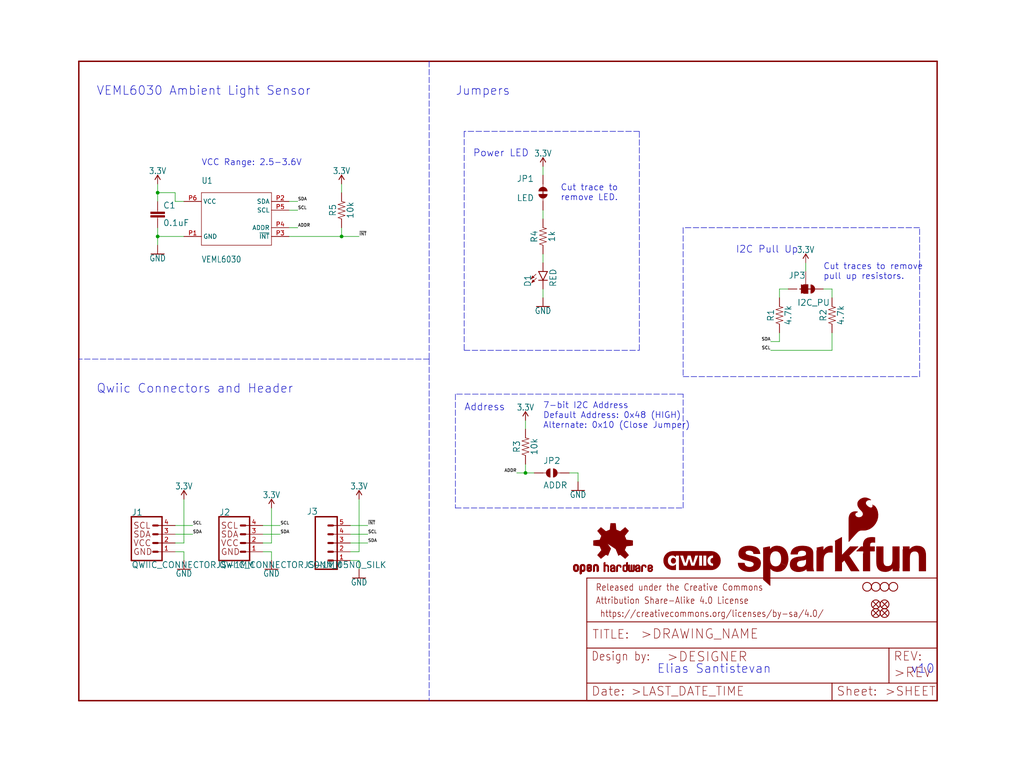
<source format=kicad_sch>
(kicad_sch (version 20211123) (generator eeschema)
  (paper "User" 297.002 223.926)
  (lib_symbols
    (symbol "eagleSchem-eagle-import:0.1UF-0603-25V-(+80{slash}-20%)"
      (property "Reference" "C" (at 1.524 2.921 0))
      (property "Value" "0.1UF-0603-25V-(+80{slash}-20%)" (at 1.524 -2.159 0))
      (symbol "0.1UF-0603-25V-(+80{slash}-20%)_1_0"
        (pin passive line (at 0 5.08 270) (length 2.54) (name "1") (number "1"))
        (pin passive line (at 0 -2.54 90) (length 2.54) (name "2") (number "2"))
      )
    )
    (symbol "eagleSchem-eagle-import:10KOHM-0603-1{slash}10W-1%"
      (property "Reference" "R" (at 0 1.524 0))
      (property "Value" "10KOHM-0603-1{slash}10W-1%" (at 0 -1.524 0))
      (symbol "10KOHM-0603-1{slash}10W-1%_1_0"
        (pin passive line (at -5.08 0 0) (length 2.54) (name "1") (number "1"))
        (pin passive line (at 5.08 0 180) (length 2.54) (name "2") (number "2"))
      )
    )
    (symbol "eagleSchem-eagle-import:1KOHM-0603-1{slash}10W-1%"
      (property "Reference" "R" (at 0 1.524 0))
      (property "Value" "1KOHM-0603-1{slash}10W-1%" (at 0 -1.524 0))
      (symbol "1KOHM-0603-1{slash}10W-1%_1_0"
        (pin passive line (at -5.08 0 0) (length 2.54) (name "1") (number "1"))
        (pin passive line (at 5.08 0 180) (length 2.54) (name "2") (number "2"))
      )
    )
    (symbol "eagleSchem-eagle-import:3.3V" (power)
      (property "Value" "3.3V" (at 0 2.794 0))
      (symbol "3.3V_1_0"
        (pin power_in line (at 0 0 90) (length 2.54) (name "3.3V") (number "1"))
      )
    )
    (symbol "eagleSchem-eagle-import:4.7KOHM-0603-1{slash}10W-1%"
      (property "Reference" "R" (at 0 1.524 0))
      (property "Value" "4.7KOHM-0603-1{slash}10W-1%" (at 0 -1.524 0))
      (symbol "4.7KOHM-0603-1{slash}10W-1%_1_0"
        (pin passive line (at -5.08 0 0) (length 2.54) (name "1") (number "1"))
        (pin passive line (at 5.08 0 180) (length 2.54) (name "2") (number "2"))
      )
    )
    (symbol "eagleSchem-eagle-import:CONN_05NO_SILK"
      (property "Reference" "J" (at -2.54 8.128 0))
      (property "Value" "CONN_05NO_SILK" (at -2.54 -9.906 0))
      (symbol "CONN_05NO_SILK_1_0"
        (pin passive line (at 7.62 -5.08 180) (length 5.08) (name "1") (number "1"))
        (pin passive line (at 7.62 -2.54 180) (length 5.08) (name "2") (number "2"))
        (pin passive line (at 7.62 0 180) (length 5.08) (name "3") (number "3"))
        (pin passive line (at 7.62 2.54 180) (length 5.08) (name "4") (number "4"))
        (pin passive line (at 7.62 5.08 180) (length 5.08) (name "5") (number "5"))
      )
    )
    (symbol "eagleSchem-eagle-import:FIDUCIAL1X2")
    (symbol "eagleSchem-eagle-import:FRAME-LETTER"
      (symbol "FRAME-LETTER_2_0"
        (text " https://creativecommons.org/licenses/by-sa/4.0/" (at 2.54 24.13 0) (effects (font (size 1.9304 1.6408)) (justify left bottom)))
        (text ">DESIGNER" (at 23.114 11.176 0) (effects (font (size 2.7432 2.7432)) (justify left bottom)))
        (text ">DRAWING_NAME" (at 15.494 17.78 0) (effects (font (size 2.7432 2.7432)) (justify left bottom)))
        (text ">LAST_DATE_TIME" (at 12.7 1.27 0) (effects (font (size 2.54 2.54)) (justify left bottom)))
        (text ">REV" (at 88.9 6.604 0) (effects (font (size 2.7432 2.7432)) (justify left bottom)))
        (text ">SHEET" (at 86.36 1.27 0) (effects (font (size 2.54 2.54)) (justify left bottom)))
        (text "Attribution Share-Alike 4.0 License" (at 2.54 27.94 0) (effects (font (size 1.9304 1.6408)) (justify left bottom)))
        (text "Date:" (at 1.27 1.27 0) (effects (font (size 2.54 2.54)) (justify left bottom)))
        (text "Design by:" (at 1.27 11.43 0) (effects (font (size 2.54 2.159)) (justify left bottom)))
        (text "Released under the Creative Commons" (at 2.54 31.75 0) (effects (font (size 1.9304 1.6408)) (justify left bottom)))
        (text "REV:" (at 88.9 11.43 0) (effects (font (size 2.54 2.54)) (justify left bottom)))
        (text "Sheet:" (at 72.39 1.27 0) (effects (font (size 2.54 2.54)) (justify left bottom)))
        (text "TITLE:" (at 1.524 17.78 0) (effects (font (size 2.54 2.54)) (justify left bottom)))
      )
    )
    (symbol "eagleSchem-eagle-import:GND" (power)
      (property "Value" "GND" (at 0 -0.254 0))
      (symbol "GND_1_0"
        (pin power_in line (at 0 2.54 270) (length 2.54) (name "GND") (number "1"))
      )
    )
    (symbol "eagleSchem-eagle-import:JUMPER-SMT_2_NC_TRACE_SILK"
      (property "Reference" "JP" (at -2.54 2.54 0))
      (property "Value" "JUMPER-SMT_2_NC_TRACE_SILK" (at -2.54 -2.54 0))
      (symbol "JUMPER-SMT_2_NC_TRACE_SILK_1_0"
        (pin passive line (at -5.08 0 0) (length 2.54) (name "1") (number "1"))
        (pin passive line (at 5.08 0 180) (length 2.54) (name "2") (number "2"))
      )
    )
    (symbol "eagleSchem-eagle-import:JUMPER-SMT_2_NO_SILK"
      (property "Reference" "JP" (at -2.54 2.54 0))
      (property "Value" "JUMPER-SMT_2_NO_SILK" (at -2.54 -2.54 0))
      (symbol "JUMPER-SMT_2_NO_SILK_1_0"
        (pin passive line (at -5.08 0 0) (length 2.54) (name "1") (number "1"))
        (pin passive line (at 5.08 0 180) (length 2.54) (name "2") (number "2"))
      )
    )
    (symbol "eagleSchem-eagle-import:JUMPER-SMT_3_2-NC_TRACE_SILK"
      (property "Reference" "JP" (at 2.54 0.381 0))
      (property "Value" "JUMPER-SMT_3_2-NC_TRACE_SILK" (at 2.54 -0.381 0))
      (symbol "JUMPER-SMT_3_2-NC_TRACE_SILK_1_0"
        (pin passive line (at 0 5.08 270) (length 2.54) (name "1") (number "1"))
        (pin passive line (at -5.08 0 0) (length 2.54) (name "2") (number "2"))
        (pin passive line (at 0 -5.08 90) (length 2.54) (name "3") (number "3"))
      )
    )
    (symbol "eagleSchem-eagle-import:LED-RED0603"
      (property "Reference" "D" (at -3.429 -4.572 90))
      (property "Value" "LED-RED0603" (at 1.905 -4.572 90))
      (symbol "LED-RED0603_1_0"
        (pin passive line (at 0 2.54 270) (length 2.54) (name "A") (number "A"))
        (pin passive line (at 0 -5.08 90) (length 2.54) (name "C") (number "C"))
      )
    )
    (symbol "eagleSchem-eagle-import:OSHW-LOGOS")
    (symbol "eagleSchem-eagle-import:QWIIC_CONNECTORJS-1MM"
      (property "Reference" "J" (at -5.08 7.874 0))
      (property "Value" "QWIIC_CONNECTORJS-1MM" (at -5.08 -5.334 0))
      (symbol "QWIIC_CONNECTORJS-1MM_1_0"
        (text "GND" (at -4.572 -2.54 0) (effects (font (size 1.778 1.778)) (justify left)))
        (text "SCL" (at -4.572 5.08 0) (effects (font (size 1.778 1.778)) (justify left)))
        (text "SDA" (at -4.572 2.54 0) (effects (font (size 1.778 1.778)) (justify left)))
        (text "VCC" (at -4.572 0 0) (effects (font (size 1.778 1.778)) (justify left)))
        (pin power_in line (at 7.62 -2.54 180) (length 5.08) (name "1") (number "1"))
        (pin power_in line (at 7.62 0 180) (length 5.08) (name "2") (number "2"))
        (pin passive line (at 7.62 2.54 180) (length 5.08) (name "3") (number "3"))
        (pin passive line (at 7.62 5.08 180) (length 5.08) (name "4") (number "4"))
      )
    )
    (symbol "eagleSchem-eagle-import:QWIIC_LOGO_5MM")
    (symbol "eagleSchem-eagle-import:SFE_LOGO_NAME_FLAME.1_INCH")
    (symbol "eagleSchem-eagle-import:STAND-OFFTIGHT")
    (symbol "eagleSchem-eagle-import:VEML6030"
      (property "Reference" "U" (at -10.16 12.7 0))
      (property "Value" "VEML6030" (at -10.16 -15.24 0))
      (symbol "VEML6030_1_0"
        (pin power_in line (at -15.24 -5.08 0) (length 5.08) (name "GND") (number "P1"))
        (pin bidirectional line (at 15.24 5.08 180) (length 5.08) (name "SDA") (number "P2"))
        (pin output line (at 15.24 -5.08 180) (length 5.08) (name "~{INT}") (number "P3"))
        (pin bidirectional line (at 15.24 -2.54 180) (length 5.08) (name "ADDR") (number "P4"))
        (pin bidirectional line (at 15.24 2.54 180) (length 5.08) (name "SCL") (number "P5"))
        (pin power_in line (at -15.24 5.08 0) (length 5.08) (name "VCC") (number "P6"))
      )
    )
  )
  (junction (at 45.72 55.88))
  (junction (at 152.4 137.16))
  (junction (at 45.72 68.58))
  (junction (at 99.06 68.58))
  (wire (pts (xy 157.48 83.82) (xy 157.48 86.36)))
  (polyline (pts (xy 185.42 38.1) (xy 134.62 38.1)))
  (wire (pts (xy 83.82 60.96) (xy 86.36 60.96)))
  (polyline (pts (xy 132.08 114.3) (xy 132.08 147.32)))
  (polyline (pts (xy 132.08 147.32) (xy 198.12 147.32)))
  (polyline (pts (xy 124.46 104.14) (xy 124.46 203.2)))
  (polyline (pts (xy 134.62 38.1) (xy 134.62 101.6)))
  (wire (pts (xy 78.74 157.48) (xy 78.74 147.32)))
  (wire (pts (xy 99.06 55.88) (xy 99.06 53.34)))
  (polyline (pts (xy 198.12 114.3) (xy 132.08 114.3)))
  (wire (pts (xy 99.06 68.58) (xy 104.14 68.58)))
  (polyline (pts (xy 266.7 109.22) (xy 266.7 66.04)))
  (wire (pts (xy 76.2 154.94) (xy 81.28 154.94)))
  (wire (pts (xy 50.8 154.94) (xy 55.88 154.94)))
  (wire (pts (xy 76.2 160.02) (xy 78.74 160.02)))
  (wire (pts (xy 50.8 160.02) (xy 53.34 160.02)))
  (wire (pts (xy 157.48 76.2) (xy 157.48 73.66)))
  (wire (pts (xy 104.14 160.02) (xy 104.14 144.78)))
  (wire (pts (xy 238.76 83.82) (xy 241.3 83.82)))
  (polyline (pts (xy 198.12 147.32) (xy 198.12 114.3)))
  (wire (pts (xy 241.3 101.6) (xy 223.52 101.6)))
  (wire (pts (xy 167.64 137.16) (xy 167.64 139.7)))
  (wire (pts (xy 53.34 157.48) (xy 53.34 144.78)))
  (wire (pts (xy 157.48 50.8) (xy 157.48 48.26)))
  (wire (pts (xy 76.2 157.48) (xy 78.74 157.48)))
  (wire (pts (xy 83.82 58.42) (xy 86.36 58.42)))
  (wire (pts (xy 157.48 63.5) (xy 157.48 60.96)))
  (wire (pts (xy 152.4 137.16) (xy 154.94 137.16)))
  (polyline (pts (xy 134.62 101.6) (xy 185.42 101.6)))
  (wire (pts (xy 50.8 152.4) (xy 55.88 152.4)))
  (wire (pts (xy 233.68 76.2) (xy 233.68 78.74)))
  (wire (pts (xy 53.34 68.58) (xy 45.72 68.58)))
  (polyline (pts (xy 124.46 17.78) (xy 124.46 104.14)))
  (wire (pts (xy 226.06 83.82) (xy 228.6 83.82)))
  (wire (pts (xy 83.82 68.58) (xy 99.06 68.58)))
  (wire (pts (xy 45.72 53.34) (xy 45.72 55.88)))
  (polyline (pts (xy 266.7 66.04) (xy 198.12 66.04)))
  (wire (pts (xy 101.6 152.4) (xy 106.68 152.4)))
  (wire (pts (xy 83.82 66.04) (xy 86.36 66.04)))
  (wire (pts (xy 165.1 137.16) (xy 167.64 137.16)))
  (wire (pts (xy 45.72 66.04) (xy 45.72 68.58)))
  (wire (pts (xy 104.14 162.56) (xy 104.14 165.1)))
  (wire (pts (xy 101.6 160.02) (xy 104.14 160.02)))
  (wire (pts (xy 226.06 86.36) (xy 226.06 83.82)))
  (polyline (pts (xy 124.46 104.14) (xy 22.86 104.14)))
  (wire (pts (xy 101.6 157.48) (xy 106.68 157.48)))
  (wire (pts (xy 78.74 160.02) (xy 78.74 162.56)))
  (wire (pts (xy 45.72 68.58) (xy 45.72 71.12)))
  (wire (pts (xy 53.34 160.02) (xy 53.34 162.56)))
  (wire (pts (xy 226.06 99.06) (xy 223.52 99.06)))
  (wire (pts (xy 152.4 134.62) (xy 152.4 137.16)))
  (wire (pts (xy 50.8 55.88) (xy 50.8 58.42)))
  (wire (pts (xy 50.8 58.42) (xy 53.34 58.42)))
  (wire (pts (xy 226.06 96.52) (xy 226.06 99.06)))
  (wire (pts (xy 241.3 96.52) (xy 241.3 101.6)))
  (polyline (pts (xy 198.12 66.04) (xy 198.12 109.22)))
  (wire (pts (xy 101.6 154.94) (xy 106.68 154.94)))
  (wire (pts (xy 99.06 66.04) (xy 99.06 68.58)))
  (wire (pts (xy 76.2 152.4) (xy 81.28 152.4)))
  (wire (pts (xy 45.72 55.88) (xy 50.8 55.88)))
  (polyline (pts (xy 185.42 101.6) (xy 185.42 38.1)))
  (wire (pts (xy 149.86 137.16) (xy 152.4 137.16)))
  (wire (pts (xy 45.72 55.88) (xy 45.72 58.42)))
  (polyline (pts (xy 198.12 109.22) (xy 266.7 109.22)))
  (wire (pts (xy 101.6 162.56) (xy 104.14 162.56)))
  (wire (pts (xy 152.4 124.46) (xy 152.4 121.92)))
  (wire (pts (xy 50.8 157.48) (xy 53.34 157.48)))
  (wire (pts (xy 241.3 83.82) (xy 241.3 86.36)))
  (text "VCC Range: 2.5-3.6V" (at 58.42 48.26 180) (effects (font (size 1.778 1.778)) (justify left bottom)))
  (text "I2C Pull Up" (at 213.36 73.66 180) (effects (font (size 2.032 2.032)) (justify left bottom)))
  (text "Qwiic Connectors and Header" (at 27.94 114.3 180) (effects (font (size 2.54 2.54)) (justify left bottom)))
  (text "Address" (at 134.62 119.38 180) (effects (font (size 2.032 2.032)) (justify left bottom)))
  (text "VEML6030 Ambient Light Sensor" (at 27.94 27.94 180) (effects (font (size 2.54 2.54)) (justify left bottom)))
  (text "Cut trace to\nremove LED." (at 162.56 58.42 180) (effects (font (size 1.778 1.778)) (justify left bottom)))
  (text "Power LED" (at 137.16 45.72 180) (effects (font (size 2.032 2.032)) (justify left bottom)))
  (text "Cut traces to remove\npull up resistors." (at 238.76 81.28 180) (effects (font (size 1.778 1.778)) (justify left bottom)))
  (text "7-bit I2C Address\nDefault Address: 0x48 (HIGH)\nAlternate: 0x10 (Close Jumper)" (at 157.48 124.46 0) (effects (font (size 1.778 1.778)) (justify left bottom)))
  (text "Elias Santistevan" (at 190.5 195.58 180) (effects (font (size 2.54 2.54)) (justify left bottom)))
  (text "Jumpers" (at 132.08 27.94 180) (effects (font (size 2.54 2.54)) (justify left bottom)))
  (text "v10" (at 264.16 195.58 180) (effects (font (size 2.54 2.54)) (justify left bottom)))
  (label "ADDR" (at 149.86 137.16 180) (effects (font (size 0.889 0.889))))
  (label "SCL" (at 55.88 152.4 0) (effects (font (size 0.889 0.889))))
  (label "~{INT}" (at 104.14 68.58 0) (effects (font (size 0.889 0.889))))
  (label "SDA" (at 106.68 157.48 0) (effects (font (size 0.889 0.889))))
  (label "SDA" (at 223.52 99.06 180) (effects (font (size 0.889 0.889))))
  (label "SDA" (at 81.28 154.94 0) (effects (font (size 0.889 0.889))))
  (label "SCL" (at 106.68 154.94 0) (effects (font (size 0.889 0.889))))
  (label "~{INT}" (at 106.68 152.4 0) (effects (font (size 0.889 0.889))))
  (label "SCL" (at 81.28 152.4 0) (effects (font (size 0.889 0.889))))
  (label "SDA" (at 55.88 154.94 0) (effects (font (size 0.889 0.889))))
  (label "SCL" (at 223.52 101.6 180) (effects (font (size 0.889 0.889))))
  (label "SCL" (at 86.36 60.96 0) (effects (font (size 0.889 0.889))))
  (label "ADDR" (at 86.36 66.04 0) (effects (font (size 0.889 0.889))))
  (label "SDA" (at 86.36 58.42 0) (effects (font (size 0.889 0.889))))
  (symbol (lib_id "eagleSchem-eagle-import:JUMPER-SMT_3_2-NC_TRACE_SILK") (at 233.68 83.82 270) (unit 1)
    (property "Reference" "JP3" (at 228.6 80.899 90) (effects (font (size 1.778 1.778)) (justify left bottom)))
    (property "Value" "I2C_PU" (at 231.14 86.741 90) (effects (font (size 1.778 1.778)) (justify left top)))
    (property "Footprint" "eagleSchem:SMT-JUMPER_3_2-NC_TRACE_SILK" (effects hide))
  )
  (symbol (lib_id "eagleSchem-eagle-import:FIDUCIAL1X2") (at 254 175.26 0) (unit 1)
    (property "Reference" "FD2" (effects hide))
    (property "Value" "FIDUCIAL1X2" (effects hide))
    (property "Footprint" "eagleSchem:FIDUCIAL-1X2" (effects hide))
  )
  (symbol (lib_id "eagleSchem-eagle-import:VEML6030") (at 68.58 63.5 0) (unit 1)
    (property "Reference" "U1" (at 58.42 53.34 0) (effects (font (size 1.778 1.5113)) (justify left bottom)))
    (property "Value" "VEML6030" (at 58.42 76.2 0) (effects (font (size 1.778 1.5113)) (justify left bottom)))
    (property "Footprint" "eagleSchem:VEML6030" (effects hide))
  )
  (symbol (lib_id "eagleSchem-eagle-import:STAND-OFFTIGHT") (at 256.54 170.18 0) (unit 1)
    (property "Reference" "H3" (effects hide))
    (property "Value" "STAND-OFFTIGHT" (effects hide))
    (property "Footprint" "eagleSchem:STAND-OFF-TIGHT" (effects hide))
  )
  (symbol (lib_id "eagleSchem-eagle-import:3.3V") (at 152.4 121.92 0) (unit 1)
    (property "Reference" "#SUPPLY6" (effects hide))
    (property "Value" "3.3V" (at 152.4 119.126 0) (effects (font (size 1.778 1.5113)) (justify bottom)))
    (property "Footprint" "eagleSchem:" (effects hide))
  )
  (symbol (lib_id "eagleSchem-eagle-import:STAND-OFFTIGHT") (at 251.46 170.18 0) (unit 1)
    (property "Reference" "H1" (effects hide))
    (property "Value" "STAND-OFFTIGHT" (effects hide))
    (property "Footprint" "eagleSchem:STAND-OFF-TIGHT" (effects hide))
  )
  (symbol (lib_id "eagleSchem-eagle-import:GND") (at 78.74 165.1 0) (unit 1)
    (property "Reference" "#GND3" (effects hide))
    (property "Value" "GND" (at 78.74 165.354 0) (effects (font (size 1.778 1.5113)) (justify top)))
    (property "Footprint" "eagleSchem:" (effects hide))
  )
  (symbol (lib_id "eagleSchem-eagle-import:GND") (at 53.34 165.1 0) (unit 1)
    (property "Reference" "#GND2" (effects hide))
    (property "Value" "GND" (at 53.34 165.354 0) (effects (font (size 1.778 1.5113)) (justify top)))
    (property "Footprint" "eagleSchem:" (effects hide))
  )
  (symbol (lib_id "eagleSchem-eagle-import:SFE_LOGO_NAME_FLAME.1_INCH") (at 213.36 170.18 0) (unit 1)
    (property "Reference" "LOGO1" (effects hide))
    (property "Value" "SFE_LOGO_NAME_FLAME.1_INCH" (effects hide))
    (property "Footprint" "eagleSchem:SFE_LOGO_NAME_FLAME_.1" (effects hide))
  )
  (symbol (lib_id "eagleSchem-eagle-import:3.3V") (at 99.06 53.34 0) (unit 1)
    (property "Reference" "#SUPPLY8" (effects hide))
    (property "Value" "3.3V" (at 99.06 50.546 0) (effects (font (size 1.778 1.5113)) (justify bottom)))
    (property "Footprint" "eagleSchem:" (effects hide))
  )
  (symbol (lib_id "eagleSchem-eagle-import:0.1UF-0603-25V-(+80{slash}-20%)") (at 45.72 63.5 0) (unit 1)
    (property "Reference" "C1" (at 47.244 60.579 0) (effects (font (size 1.778 1.778)) (justify left bottom)))
    (property "Value" "0.1uF" (at 47.244 65.659 0) (effects (font (size 1.778 1.778)) (justify left bottom)))
    (property "Footprint" "eagleSchem:0603" (effects hide))
  )
  (symbol (lib_id "eagleSchem-eagle-import:OSHW-LOGOS") (at 177.8 157.48 0) (unit 1)
    (property "Reference" "LOGO2" (effects hide))
    (property "Value" "OSHW-LOGOS" (effects hide))
    (property "Footprint" "eagleSchem:OSHW-LOGO-S" (effects hide))
  )
  (symbol (lib_id "eagleSchem-eagle-import:JUMPER-SMT_2_NO_SILK") (at 160.02 137.16 0) (unit 1)
    (property "Reference" "JP2" (at 157.48 134.62 0) (effects (font (size 1.778 1.778)) (justify left bottom)))
    (property "Value" "ADDR" (at 157.48 139.7 0) (effects (font (size 1.778 1.778)) (justify left top)))
    (property "Footprint" "eagleSchem:SMT-JUMPER_2_NO_SILK" (effects hide))
  )
  (symbol (lib_id "eagleSchem-eagle-import:FIDUCIAL1X2") (at 254 177.8 0) (unit 1)
    (property "Reference" "FD3" (effects hide))
    (property "Value" "FIDUCIAL1X2" (effects hide))
    (property "Footprint" "eagleSchem:FIDUCIAL-1X2" (effects hide))
  )
  (symbol (lib_id "eagleSchem-eagle-import:FRAME-LETTER") (at 22.86 203.2 0) (unit 1)
    (property "Reference" "FRAME1" (effects hide))
    (property "Value" "FRAME-LETTER" (effects hide))
    (property "Footprint" "eagleSchem:CREATIVE_COMMONS" (effects hide))
  )
  (symbol (lib_id "eagleSchem-eagle-import:QWIIC_CONNECTORJS-1MM") (at 43.18 157.48 0) (unit 1)
    (property "Reference" "J1" (at 38.1 149.606 0) (effects (font (size 1.778 1.778)) (justify left bottom)))
    (property "Value" "QWIIC_CONNECTORJS-1MM" (at 38.1 162.814 0) (effects (font (size 1.778 1.778)) (justify left top)))
    (property "Footprint" "eagleSchem:JST04_1MM_RA" (effects hide))
  )
  (symbol (lib_id "eagleSchem-eagle-import:GND") (at 167.64 142.24 0) (unit 1)
    (property "Reference" "#GND6" (effects hide))
    (property "Value" "GND" (at 167.64 142.494 0) (effects (font (size 1.778 1.5113)) (justify top)))
    (property "Footprint" "eagleSchem:" (effects hide))
  )
  (symbol (lib_id "eagleSchem-eagle-import:GND") (at 157.48 88.9 0) (unit 1)
    (property "Reference" "#GND5" (effects hide))
    (property "Value" "GND" (at 157.48 89.154 0) (effects (font (size 1.778 1.5113)) (justify top)))
    (property "Footprint" "eagleSchem:" (effects hide))
  )
  (symbol (lib_id "eagleSchem-eagle-import:STAND-OFFTIGHT") (at 254 170.18 0) (unit 1)
    (property "Reference" "H2" (effects hide))
    (property "Value" "STAND-OFFTIGHT" (effects hide))
    (property "Footprint" "eagleSchem:STAND-OFF-TIGHT" (effects hide))
  )
  (symbol (lib_id "eagleSchem-eagle-import:GND") (at 104.14 167.64 0) (unit 1)
    (property "Reference" "#GND4" (effects hide))
    (property "Value" "GND" (at 104.14 167.894 0) (effects (font (size 1.778 1.5113)) (justify top)))
    (property "Footprint" "eagleSchem:" (effects hide))
  )
  (symbol (lib_id "eagleSchem-eagle-import:QWIIC_CONNECTORJS-1MM") (at 68.58 157.48 0) (unit 1)
    (property "Reference" "J2" (at 63.5 149.606 0) (effects (font (size 1.778 1.778)) (justify left bottom)))
    (property "Value" "QWIIC_CONNECTORJS-1MM" (at 63.5 162.814 0) (effects (font (size 1.778 1.778)) (justify left top)))
    (property "Footprint" "eagleSchem:JST04_1MM_RA" (effects hide))
  )
  (symbol (lib_id "eagleSchem-eagle-import:3.3V") (at 53.34 144.78 0) (unit 1)
    (property "Reference" "#SUPPLY2" (effects hide))
    (property "Value" "3.3V" (at 53.34 141.986 0) (effects (font (size 1.778 1.5113)) (justify bottom)))
    (property "Footprint" "eagleSchem:" (effects hide))
  )
  (symbol (lib_id "eagleSchem-eagle-import:STAND-OFFTIGHT") (at 259.08 170.18 0) (unit 1)
    (property "Reference" "H4" (effects hide))
    (property "Value" "STAND-OFFTIGHT" (effects hide))
    (property "Footprint" "eagleSchem:STAND-OFF-TIGHT" (effects hide))
  )
  (symbol (lib_id "eagleSchem-eagle-import:4.7KOHM-0603-1{slash}10W-1%") (at 226.06 91.44 90) (unit 1)
    (property "Reference" "R1" (at 224.536 91.44 0) (effects (font (size 1.778 1.778)) (justify bottom)))
    (property "Value" "4.7k" (at 227.584 91.44 0) (effects (font (size 1.778 1.778)) (justify top)))
    (property "Footprint" "eagleSchem:0603" (effects hide))
  )
  (symbol (lib_id "eagleSchem-eagle-import:JUMPER-SMT_2_NC_TRACE_SILK") (at 157.48 55.88 90) (unit 1)
    (property "Reference" "JP1" (at 154.94 50.8 90) (effects (font (size 1.778 1.778)) (justify left bottom)))
    (property "Value" "LED" (at 154.94 58.42 90) (effects (font (size 1.778 1.778)) (justify left top)))
    (property "Footprint" "eagleSchem:SMT-JUMPER_2_NC_TRACE_SILK" (effects hide))
  )
  (symbol (lib_id "eagleSchem-eagle-import:3.3V") (at 157.48 48.26 0) (unit 1)
    (property "Reference" "#SUPPLY5" (effects hide))
    (property "Value" "3.3V" (at 157.48 45.466 0) (effects (font (size 1.778 1.5113)) (justify bottom)))
    (property "Footprint" "eagleSchem:" (effects hide))
  )
  (symbol (lib_id "eagleSchem-eagle-import:GND") (at 45.72 73.66 0) (unit 1)
    (property "Reference" "#GND1" (effects hide))
    (property "Value" "GND" (at 45.72 73.914 0) (effects (font (size 1.778 1.5113)) (justify top)))
    (property "Footprint" "eagleSchem:" (effects hide))
  )
  (symbol (lib_id "eagleSchem-eagle-import:10KOHM-0603-1{slash}10W-1%") (at 99.06 60.96 90) (unit 1)
    (property "Reference" "R5" (at 97.536 60.96 0) (effects (font (size 1.778 1.778)) (justify bottom)))
    (property "Value" "10k" (at 100.584 60.96 0) (effects (font (size 1.778 1.778)) (justify top)))
    (property "Footprint" "eagleSchem:0603" (effects hide))
  )
  (symbol (lib_id "eagleSchem-eagle-import:3.3V") (at 45.72 53.34 0) (unit 1)
    (property "Reference" "#SUPPLY1" (effects hide))
    (property "Value" "3.3V" (at 45.72 50.546 0) (effects (font (size 1.778 1.5113)) (justify bottom)))
    (property "Footprint" "eagleSchem:" (effects hide))
  )
  (symbol (lib_id "eagleSchem-eagle-import:QWIIC_LOGO_5MM") (at 200.66 162.56 0) (unit 1)
    (property "Reference" "U$1" (effects hide))
    (property "Value" "QWIIC_LOGO_5MM" (effects hide))
    (property "Footprint" "eagleSchem:QWIIC_5MM" (effects hide))
  )
  (symbol (lib_id "eagleSchem-eagle-import:FIDUCIAL1X2") (at 256.54 175.26 0) (unit 1)
    (property "Reference" "FD1" (effects hide))
    (property "Value" "FIDUCIAL1X2" (effects hide))
    (property "Footprint" "eagleSchem:FIDUCIAL-1X2" (effects hide))
  )
  (symbol (lib_id "eagleSchem-eagle-import:3.3V") (at 104.14 144.78 0) (unit 1)
    (property "Reference" "#SUPPLY4" (effects hide))
    (property "Value" "3.3V" (at 104.14 141.986 0) (effects (font (size 1.778 1.5113)) (justify bottom)))
    (property "Footprint" "eagleSchem:" (effects hide))
  )
  (symbol (lib_id "eagleSchem-eagle-import:CONN_05NO_SILK") (at 93.98 157.48 0) (unit 1)
    (property "Reference" "J3" (at 88.9 149.352 0) (effects (font (size 1.778 1.778)) (justify left bottom)))
    (property "Value" "CONN_05NO_SILK" (at 88.9 164.846 0) (effects (font (size 1.778 1.778)) (justify left bottom)))
    (property "Footprint" "eagleSchem:1X05_NO_SILK" (effects hide))
  )
  (symbol (lib_id "eagleSchem-eagle-import:3.3V") (at 78.74 147.32 0) (unit 1)
    (property "Reference" "#SUPPLY3" (effects hide))
    (property "Value" "3.3V" (at 78.74 144.526 0) (effects (font (size 1.778 1.5113)) (justify bottom)))
    (property "Footprint" "eagleSchem:" (effects hide))
  )
  (symbol (lib_id "eagleSchem-eagle-import:LED-RED0603") (at 157.48 78.74 0) (unit 1)
    (property "Reference" "D1" (at 154.051 83.312 90) (effects (font (size 1.778 1.778)) (justify left bottom)))
    (property "Value" "RED" (at 159.385 83.312 90) (effects (font (size 1.778 1.778)) (justify left top)))
    (property "Footprint" "eagleSchem:LED-0603" (effects hide))
  )
  (symbol (lib_id "eagleSchem-eagle-import:FRAME-LETTER") (at 170.18 203.2 0) (unit 2)
    (property "Reference" "FRAME1" (effects hide))
    (property "Value" "FRAME-LETTER" (effects hide))
    (property "Footprint" "eagleSchem:CREATIVE_COMMONS" (effects hide))
  )
  (symbol (lib_id "eagleSchem-eagle-import:FIDUCIAL1X2") (at 256.54 177.8 0) (unit 1)
    (property "Reference" "FD4" (effects hide))
    (property "Value" "FIDUCIAL1X2" (effects hide))
    (property "Footprint" "eagleSchem:FIDUCIAL-1X2" (effects hide))
  )
  (symbol (lib_id "eagleSchem-eagle-import:4.7KOHM-0603-1{slash}10W-1%") (at 241.3 91.44 90) (unit 1)
    (property "Reference" "R2" (at 239.776 91.44 0) (effects (font (size 1.778 1.778)) (justify bottom)))
    (property "Value" "4.7k" (at 242.824 91.44 0) (effects (font (size 1.778 1.778)) (justify top)))
    (property "Footprint" "eagleSchem:0603" (effects hide))
  )
  (symbol (lib_id "eagleSchem-eagle-import:3.3V") (at 233.68 76.2 0) (unit 1)
    (property "Reference" "#SUPPLY7" (effects hide))
    (property "Value" "3.3V" (at 233.68 73.406 0) (effects (font (size 1.778 1.5113)) (justify bottom)))
    (property "Footprint" "eagleSchem:" (effects hide))
  )
  (symbol (lib_id "eagleSchem-eagle-import:10KOHM-0603-1{slash}10W-1%") (at 152.4 129.54 90) (unit 1)
    (property "Reference" "R3" (at 150.876 129.54 0) (effects (font (size 1.778 1.778)) (justify bottom)))
    (property "Value" "10k" (at 153.924 129.54 0) (effects (font (size 1.778 1.778)) (justify top)))
    (property "Footprint" "eagleSchem:0603" (effects hide))
  )
  (symbol (lib_id "eagleSchem-eagle-import:1KOHM-0603-1{slash}10W-1%") (at 157.48 68.58 90) (unit 1)
    (property "Reference" "R4" (at 155.956 68.58 0) (effects (font (size 1.778 1.778)) (justify bottom)))
    (property "Value" "1k" (at 159.004 68.58 0) (effects (font (size 1.778 1.778)) (justify top)))
    (property "Footprint" "eagleSchem:0603" (effects hide))
  )
)
</source>
